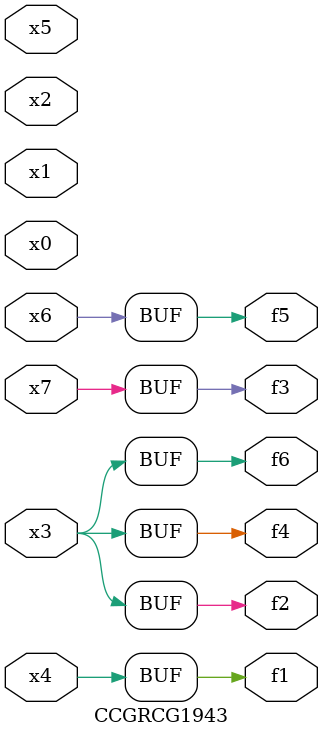
<source format=v>
module CCGRCG1943(
	input x0, x1, x2, x3, x4, x5, x6, x7,
	output f1, f2, f3, f4, f5, f6
);
	assign f1 = x4;
	assign f2 = x3;
	assign f3 = x7;
	assign f4 = x3;
	assign f5 = x6;
	assign f6 = x3;
endmodule

</source>
